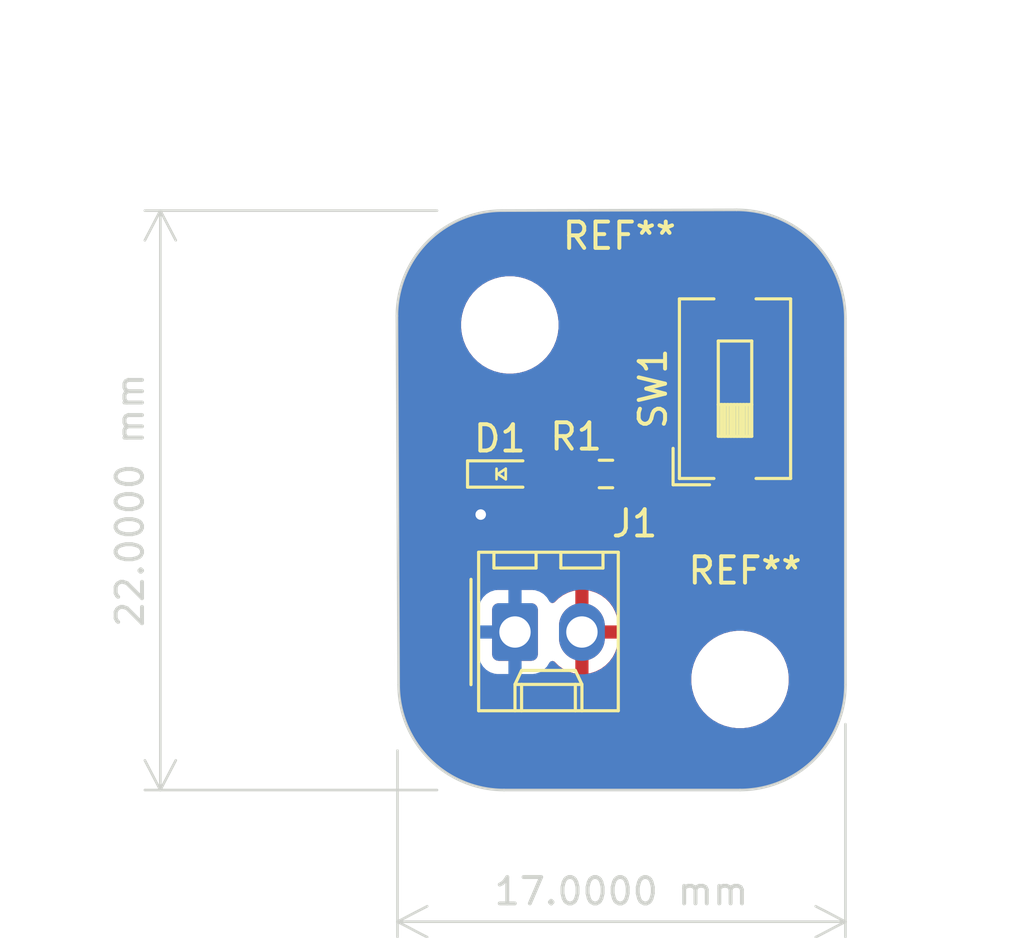
<source format=kicad_pcb>
(kicad_pcb (version 20240108) (generator "pcbnew") (generator_version "8.0")
  (title_block (title "Proj 1 LED") (date "2025-09-11") (rev "0.0") (company "Illini Solar Car") (comment 1 "Designed By: Hrithvik "))
  (layers (0 "F.Cu" signal) (31 "B.Cu" signal) (34 "B.Paste" user) (35 "F.Paste" user) (36 "B.SilkS" user "B.Silkscreen") (37 "F.SilkS" user "F.Silkscreen") (38 "B.Mask" user) (39 "F.Mask" user) (44 "Edge.Cuts" user))
  (net 0 "")
  (net 1 "Net-(D1-A)")
  (net 2 "GND")
  (net 3 "+3V3")
  (net 4 "Net-(R1-Pad1)")
  (footprint "Connector_Molex:Molex_KK-254_AE-6410-02A_1x02_P2.54mm_Vertical" (layer "F.Cu") (at 80.46 65)
    (property "Reference" "J1" (at 4.54 -4.12 0) (layer "F.SilkS"))
    (property "Value" "Conn_01x02")
    (fp_line (start -1.67 -2) (end -1.67 2) (stroke (width 0.12)) (layer "F.SilkS"))
    (fp_line (start -1.38 -3.03) (end -1.38 2.99) (stroke (width 0.12)) (layer "F.SilkS"))
    (fp_line (start -1.38 2.99) (end 3.92 2.99) (stroke (width 0.12)) (layer "F.SilkS"))
    (fp_line (start -0.8 -3.03) (end -0.8 -2.43) (stroke (width 0.12)) (layer "F.SilkS"))
    (fp_line (start -0.8 -2.43) (end 0.8 -2.43) (stroke (width 0.12)) (layer "F.SilkS"))
    (fp_line (start 0 1.99) (end 0.25 1.46) (stroke (width 0.12)) (layer "F.SilkS"))
    (fp_line (start 0 1.99) (end 2.54 1.99) (stroke (width 0.12)) (layer "F.SilkS"))
    (fp_line (start 0 2.99) (end 0 1.99) (stroke (width 0.12)) (layer "F.SilkS"))
    (fp_line (start 0.25 1.46) (end 2.29 1.46) (stroke (width 0.12)) (layer "F.SilkS"))
    (fp_line (start 0.25 2.99) (end 0.25 1.99) (stroke (width 0.12)) (layer "F.SilkS"))
    (fp_line (start 0.8 -2.43) (end 0.8 -3.03) (stroke (width 0.12)) (layer "F.SilkS"))
    (fp_line (start 1.74 -3.03) (end 1.74 -2.43) (stroke (width 0.12)) (layer "F.SilkS"))
    (fp_line (start 1.74 -2.43) (end 3.34 -2.43) (stroke (width 0.12)) (layer "F.SilkS"))
    (fp_line (start 2.29 1.46) (end 2.54 1.99) (stroke (width 0.12)) (layer "F.SilkS"))
    (fp_line (start 2.29 2.99) (end 2.29 1.99) (stroke (width 0.12)) (layer "F.SilkS"))
    (fp_line (start 2.54 1.99) (end 2.54 2.99) (stroke (width 0.12)) (layer "F.SilkS"))
    (fp_line (start 3.34 -2.43) (end 3.34 -3.03) (stroke (width 0.12)) (layer "F.SilkS"))
    (fp_line (start 3.92 -3.03) (end -1.38 -3.03) (stroke (width 0.12)) (layer "F.SilkS"))
    (fp_line (start 3.92 2.99) (end 3.92 -3.03) (stroke (width 0.12)) (layer "F.SilkS"))
    (pad "1" thru_hole roundrect (at 0 0) (size 1.74 2.19) (drill 1.19) (layers "*.Cu" "*.Mask") (roundrect_rratio 0.143678) (net 2 "GND"))
    (pad "2" thru_hole oval (at 2.54 0) (size 1.74 2.19) (drill 1.19) (layers "*.Cu" "*.Mask") (net 3 "+3V3"))
  )
  (footprint "Button_Switch_SMD:SW_DIP_SPSTx01_Slide_6.7x4.1mm_W8.61mm_P2.54mm_LowProfile" (layer "F.Cu") (at 88.81 55.76 90)
    (property "Reference" "SW1" (at 0 -3.11 90) (layer "F.SilkS"))
    (property "Value" "SW_Push")
    (fp_line (start -3.65 -2.35) (end -2.267 -2.35) (stroke (width 0.12)) (layer "F.SilkS"))
    (fp_line (start -3.65 -2.35) (end -3.65 -0.967) (stroke (width 0.12)) (layer "F.SilkS"))
    (fp_line (start 3.41 -2.11) (end 3.41 -0.8) (stroke (width 0.12)) (layer "F.SilkS"))
    (fp_line (start -3.41 -2.11) (end 3.41 -2.11) (stroke (width 0.12)) (layer "F.SilkS"))
    (fp_line (start -3.41 -2.11) (end -3.41 -0.8) (stroke (width 0.12)) (layer "F.SilkS"))
    (fp_line (start 1.81 -0.635) (end -1.81 -0.635) (stroke (width 0.12)) (layer "F.SilkS"))
    (fp_line (start -0.603333 -0.635) (end -0.603333 0.635) (stroke (width 0.12)) (layer "F.SilkS"))
    (fp_line (start -1.81 -0.635) (end -1.81 0.635) (stroke (width 0.12)) (layer "F.SilkS"))
    (fp_line (start -1.81 -0.515) (end -0.603333 -0.515) (stroke (width 0.12)) (layer "F.SilkS"))
    (fp_line (start -1.81 -0.395) (end -0.603333 -0.395) (stroke (width 0.12)) (layer "F.SilkS"))
    (fp_line (start -1.81 -0.275) (end -0.603333 -0.275) (stroke (width 0.12)) (layer "F.SilkS"))
    (fp_line (start -1.81 -0.155) (end -0.603333 -0.155) (stroke (width 0.12)) (layer "F.SilkS"))
    (fp_line (start -1.81 -0.035) (end -0.603333 -0.035) (stroke (width 0.12)) (layer "F.SilkS"))
    (fp_line (start -1.81 0.085) (end -0.603333 0.085) (stroke (width 0.12)) (layer "F.SilkS"))
    (fp_line (start -1.81 0.205) (end -0.603333 0.205) (stroke (width 0.12)) (layer "F.SilkS"))
    (fp_line (start -1.81 0.325) (end -0.603333 0.325) (stroke (width 0.12)) (layer "F.SilkS"))
    (fp_line (start -1.81 0.445) (end -0.603333 0.445) (stroke (width 0.12)) (layer "F.SilkS"))
    (fp_line (start -1.81 0.565) (end -0.603333 0.565) (stroke (width 0.12)) (layer "F.SilkS"))
    (fp_line (start 1.81 0.635) (end 1.81 -0.635) (stroke (width 0.12)) (layer "F.SilkS"))
    (fp_line (start -1.81 0.635) (end 1.81 0.635) (stroke (width 0.12)) (layer "F.SilkS"))
    (fp_line (start 3.41 0.8) (end 3.41 2.11) (stroke (width 0.12)) (layer "F.SilkS"))
    (fp_line (start -3.41 0.8) (end -3.41 2.11) (stroke (width 0.12)) (layer "F.SilkS"))
    (fp_line (start -3.41 2.11) (end 3.41 2.11) (stroke (width 0.12)) (layer "F.SilkS"))
    (pad "1" smd rect (at -4.305 0 90) (size 2.44 1.12) (layers "F.Cu" "F.Paste" "F.Mask") (net 3 "+3V3"))
    (pad "2" smd rect (at 4.305 0 90) (size 2.44 1.12) (layers "F.Cu" "F.Paste" "F.Mask") (net 4 "Net-(R1-Pad1)"))
  )
  (footprint "Resistor_SMD:R_0603_1608Metric_Pad0.98x0.95mm_HandSolder" (layer "F.Cu") (at 83.9125 59 180)
    (property "Reference" "R1" (at 1.1339 1.4182 360) (layer "F.SilkS"))
    (property "Value" "105")
    (fp_line (start -0.254724 0.5225) (end 0.254724 0.5225) (stroke (width 0.12)) (layer "F.SilkS"))
    (fp_line (start -0.254724 -0.5225) (end 0.254724 -0.5225) (stroke (width 0.12)) (layer "F.SilkS"))
    (pad "1" smd roundrect (at -0.9125 0 180) (size 0.975 0.95) (layers "F.Cu" "F.Paste" "F.Mask") (net 4 "Net-(R1-Pad1)"))
    (pad "2" smd roundrect (at 0.9125 0 180) (size 0.975 0.95) (layers "F.Cu" "F.Paste" "F.Mask") (net 1 "Net-(D1-A)"))
  )
  (footprint "layout:LED_0603_Symbol_on_F.SilkS" (layer "F.Cu") (at 79.9592 59)
    (property "Reference" "D1" (at -0.0762 -1.3462 0) (layer "F.SilkS"))
    (property "Value" "LED_RED")
    (fp_line (start -1.3 -0.5) (end -1.3 0.5) (stroke (width 0.12)) (layer "F.SilkS"))
    (fp_line (start -1.3 -0.5) (end 0.8 -0.5) (stroke (width 0.12)) (layer "F.SilkS"))
    (fp_line (start -1.3 0.5) (end 0.8 0.5) (stroke (width 0.12)) (layer "F.SilkS"))
    (fp_line (start -0.2 -0.2) (end -0.2 0.2) (stroke (width 0.1)) (layer "F.SilkS"))
    (fp_line (start -0.15 0) (end 0.15 -0.2) (stroke (width 0.1)) (layer "F.SilkS"))
    (fp_line (start 0.15 -0.2) (end 0.15 0.2) (stroke (width 0.1)) (layer "F.SilkS"))
    (fp_line (start 0.15 0.2) (end -0.15 0) (stroke (width 0.1)) (layer "F.SilkS"))
    (pad "1" smd rect (at -0.8 0 180) (size 0.8 0.8) (layers "F.Cu" "F.Paste" "F.Mask") (net 2 "GND"))
    (pad "2" smd rect (at 0.8 0 180) (size 0.8 0.8) (layers "F.Cu" "F.Paste" "F.Mask") (net 1 "Net-(D1-A)"))
  )
  (footprint "MountingHole:MountingHole_3.2mm_M3" (layer "F.Cu") (at 89 66.802)
    (property "Reference" "REF**" (at 0.19 -4.132 0) (layer "F.SilkS"))
    (property "Value" "MountingHole_3.2mm_M3")
    (pad "" np_thru_hole circle (at 0 0) (size 3.2 3.2) (drill 3.2) (layers "*.Cu" "*.Mask"))
  )
  (footprint "MountingHole:MountingHole_3.2mm_M3" (layer "F.Cu") (at 80.264 53.34)
    (property "Reference" "REF**" (at 4.156 -3.38 0) (layer "F.SilkS"))
    (property "Value" "MountingHole_3.2mm_M3")
    (pad "" np_thru_hole circle (at 0 0) (size 3.2 3.2) (drill 3.2) (layers "*.Cu" "*.Mask"))
  )
  (gr_line (start 93 67) (end 92.9972 53.0972) (stroke (width 0.1)) (layer "Edge.Cuts"))
  (gr_line (start 75.978427 52.998427) (end 76.044427 67) (stroke (width 0.1)) (layer "Edge.Cuts"))
  (gr_arc (start 93 67) (mid 91.828427 69.828427) (end 89 71) (stroke (width 0.1)) (layer "Edge.Cuts"))
  (gr_arc (start 80.044427 71) (mid 77.216 69.828427) (end 76.044427 67) (stroke (width 0.1)) (layer "Edge.Cuts"))
  (gr_arc (start 75.978427 52.998427) (mid 77.15 50.17) (end 79.978427 48.998427) (stroke (width 0.1)) (layer "Edge.Cuts"))
  (gr_line (start 80.044427 71) (end 89 71) (stroke (width 0.1)) (layer "Edge.Cuts"))
  (gr_line (start 88.87 48.97) (end 79.978427 48.998427) (stroke (width 0.1)) (layer "Edge.Cuts"))
  (gr_arc (start 88.87 48.97) (mid 91.788371 50.178829) (end 92.9972 53.0972) (stroke (width 0.1)) (layer "Edge.Cuts"))
  (dimension (type orthogonal) (layer "Edge.Cuts") (pts (xy 76 69) (xy 93 68)) (height 7) (orientation 0) (gr_text "17.0000 mm" (at 84.5 74.85 0) (layer "Edge.Cuts") (effects (font (size 1 1) (thickness 0.15)))) (format (prefix "") (suffix "") (units 3) (units_format 1) (precision 4)) (style (thickness 0.1) (arrow_length 1.27) (text_position_mode 0) (extension_height 0.58642) (extension_offset 0.5) keep_text_aligned))
  (dimension (type orthogonal) (layer "Edge.Cuts") (pts (xy 78 49) (xy 78 71)) (height -11) (orientation 1) (gr_text "22.0000 mm" (at 65.85 60 90) (layer "Edge.Cuts") (effects (font (size 1 1) (thickness 0.15)))) (format (prefix "") (suffix "") (units 3) (units_format 1) (precision 4)) (style (thickness 0.1) (arrow_length 1.27) (text_position_mode 0) (extension_height 0.58642) (extension_offset 0.5) keep_text_aligned))
  (segment (start 80.7592 59) (end 83 59) (width 0.25) (layer "F.Cu") (net 1))
  (segment (start 79.1592 59) (end 79.1592 60.5408) (width 0.25) (layer "F.Cu") (net 2))
  (via (at 79.1592 60.5408) (size 0.8) (drill 0.4) (layers "F.Cu" "B.Cu") (net 2))
  (segment (start 88.81 51.455) (end 86.213 51.455) (width 0.25) (layer "F.Cu") (net 4))
  (segment (start 86.213 51.455) (end 84.825 52.843) (width 0.25) (layer "F.Cu") (net 4))
  (segment (start 84.825 52.843) (end 84.825 59) (width 0.25) (layer "F.Cu") (net 4))
  (zone (net 3) (net_name "+3V3") (layer "F.Cu") (connect_pads (clearance 0.508)) (min_thickness 0.25) (fill yes (thermal_gap 0.5) (thermal_bridge_width 0.5))
    (polygon (pts (xy 76 49) (xy 93 49) (xy 93 71) (xy 76 71)))
  )
  (zone (net 2) (net_name "GND") (layer "B.Cu") (priority 1) (connect_pads (clearance 0.508)) (min_thickness 0.25) (fill yes (thermal_gap 0.5) (thermal_bridge_width 0.5))
    (polygon (pts (xy 76 49) (xy 93 49) (xy 93 71) (xy 76 71)))
  )
)
</source>
